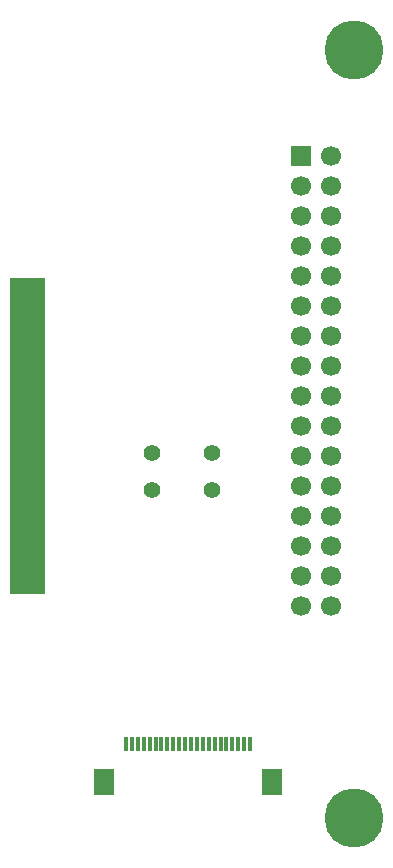
<source format=gts>
G04 #@! TF.GenerationSoftware,KiCad,Pcbnew,9.0.2*
G04 #@! TF.CreationDate,2025-06-24T15:08:32-04:00*
G04 #@! TF.ProjectId,uconsole-expansion-card-template,75636f6e-736f-46c6-952d-657870616e73,0.1*
G04 #@! TF.SameCoordinates,Original*
G04 #@! TF.FileFunction,Soldermask,Top*
G04 #@! TF.FilePolarity,Negative*
%FSLAX46Y46*%
G04 Gerber Fmt 4.6, Leading zero omitted, Abs format (unit mm)*
G04 Created by KiCad (PCBNEW 9.0.2) date 2025-06-24 15:08:32*
%MOMM*%
%LPD*%
G01*
G04 APERTURE LIST*
%ADD10C,0.100000*%
%ADD11C,1.400000*%
%ADD12R,2.300000X0.600000*%
%ADD13C,5.000000*%
%ADD14R,0.300000X1.300000*%
%ADD15R,1.800000X2.200000*%
%ADD16R,1.700000X1.700000*%
%ADD17C,1.700000*%
G04 APERTURE END LIST*
D10*
X85119600Y-113962000D02*
X82224000Y-113962000D01*
X82224000Y-87292000D01*
X85119600Y-87292000D01*
X85119600Y-113962000D01*
G36*
X85119600Y-113962000D02*
G01*
X82224000Y-113962000D01*
X82224000Y-87292000D01*
X85119600Y-87292000D01*
X85119600Y-113962000D01*
G37*
D11*
X99340000Y-105250000D03*
X94260000Y-105250000D03*
D12*
X84015000Y-88720000D03*
X84015000Y-89520000D03*
X84015000Y-90320000D03*
X84015000Y-91120000D03*
X84015000Y-91920000D03*
X84015000Y-92720000D03*
X84015000Y-93520000D03*
X84015000Y-94320000D03*
X84015000Y-98320000D03*
X84015000Y-99120000D03*
X84015000Y-99920000D03*
X84015000Y-100720000D03*
X84015000Y-101520000D03*
X84015000Y-102320000D03*
X84015000Y-103120000D03*
X84015000Y-103920000D03*
X84015000Y-104720000D03*
X84015000Y-105520000D03*
X84015000Y-106320000D03*
X84015000Y-107120000D03*
X84015000Y-107920000D03*
X84015000Y-108720000D03*
X84015000Y-109520000D03*
X84015000Y-110320000D03*
X84015000Y-111120000D03*
X84015000Y-111920000D03*
D13*
X111385000Y-133000000D03*
D14*
X92050000Y-126750000D03*
X92550000Y-126750000D03*
X93050000Y-126750000D03*
X93550000Y-126750000D03*
X94050000Y-126750000D03*
X94550000Y-126750000D03*
X95050000Y-126750000D03*
X95550000Y-126750000D03*
X96050000Y-126750000D03*
X96550000Y-126750000D03*
X97050000Y-126750000D03*
X97550000Y-126750000D03*
X98050000Y-126750000D03*
X98550000Y-126750000D03*
X99050000Y-126750000D03*
X99550000Y-126750000D03*
X100050000Y-126750000D03*
X100550000Y-126750000D03*
X101050000Y-126750000D03*
X101550000Y-126750000D03*
X102050000Y-126750000D03*
X102550000Y-126750000D03*
D15*
X90150000Y-130000000D03*
X104450000Y-130000000D03*
D11*
X99340000Y-102100000D03*
X94260000Y-102100000D03*
D13*
X111385000Y-68000000D03*
D16*
X106875000Y-76950000D03*
D17*
X109415000Y-76950000D03*
X106875000Y-79490000D03*
X109415000Y-79490000D03*
X106875000Y-82030000D03*
X109415000Y-82030000D03*
X106875000Y-84570000D03*
X109415000Y-84570000D03*
X106875000Y-87110000D03*
X109415000Y-87110000D03*
X106875000Y-89650000D03*
X109415000Y-89650000D03*
X106875000Y-92190000D03*
X109415000Y-92190000D03*
X106875000Y-94730000D03*
X109415000Y-94730000D03*
X106875000Y-97270000D03*
X109415000Y-97270000D03*
X106875000Y-99810000D03*
X109415000Y-99810000D03*
X106875000Y-102350000D03*
X109415000Y-102350000D03*
X106875000Y-104890000D03*
X109415000Y-104890000D03*
X106875000Y-107430000D03*
X109415000Y-107430000D03*
X106875000Y-109970000D03*
X109415000Y-109970000D03*
X106875000Y-112510000D03*
X109415000Y-112510000D03*
X106875000Y-115050000D03*
X109415000Y-115050000D03*
M02*

</source>
